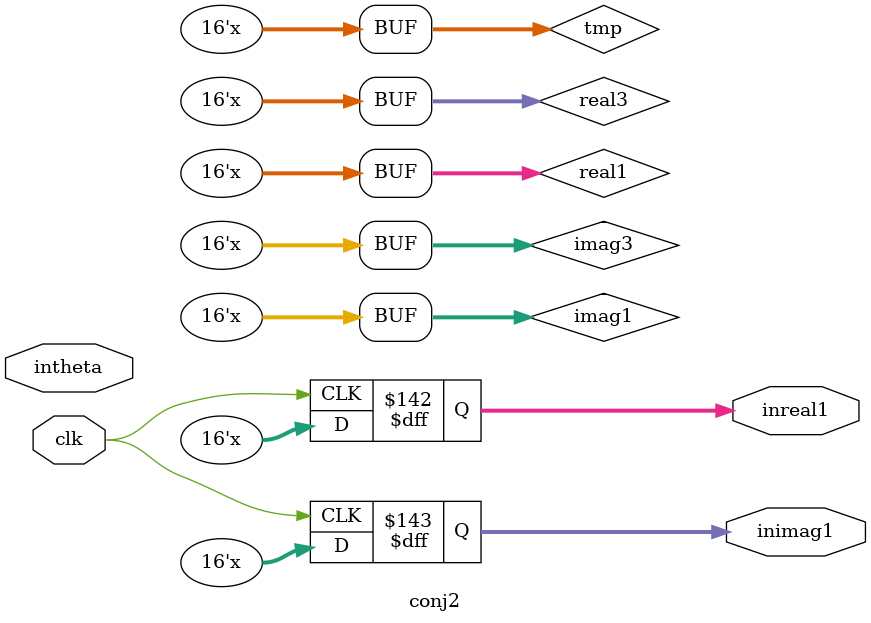
<source format=v>
module conj2(clk,intheta,inreal1,inimag1);
input [11:0]intheta;
input clk;
output [15:0]inreal1;
output [15:0]inimag1;


wire [11:0]intheta;
wire clk;
reg [15:0]inreal1;
reg [15:0]inimag1;

reg [11:0]theta;
reg [11:0]gentheta1;
reg [11:0]gentheta;
reg [15:0]real3;
reg [15:0]imag3;
reg [15:0]real2;
reg [15:0]imag2;
reg [15:0]real1;
reg [15:0]imag1;
reg [15:0]tmp;

always@(posedge clk)begin
theta<= #1 intheta;
inreal1<= #1 real3;
inimag1<= #1 imag3;
end

always @(*) begin
if (theta<=12'b010000000000)begin
    gentheta = theta;
    real3 =real1;
    imag3=imag1; end
else if (theta<=12'b100000000000 && theta>12'b010000000000)begin
    gentheta = 12'b100000000000-theta;
    real3 =~real1+1'b1;
    imag3=imag1; end
else if (theta<=12'b110000000000 && theta>12'b100000000000)begin
    gentheta = theta-12'b100000000000;
    real3 = ~real1+1'b1;
    imag3=~imag1+1'b1; end
else if (theta<=12'b111111111111 && theta>12'b110000000000)begin
    gentheta = 12'b111111111111-theta+1'b1;
    real3 = real1;
    imag3=~imag1+1'b1; end
end
always @(*)begin
if (gentheta>12'b001000000000)begin
    gentheta1=12'b010000000000-gentheta;
    tmp=imag1;    
    imag1=real1;    
    real1=tmp;
end
else if(gentheta<=12'b001000000000)begin
    gentheta1=gentheta;
end
end

always @(gentheta1) begin
  case (gentheta1)
    12'b000000000000: begin  real1=16'b0100000000000000; imag1=16'b0000000000000000;  end  // angle = 0.000000 pi
    12'b000000000001: begin  real1=16'b0100000000000000; imag1=16'b0000000000011001;  end  // angle = 0.000488 pi
    12'b000000000010: begin  real1=16'b0100000000000000; imag1=16'b0000000000110010;  end  // angle = 0.000977 pi
    12'b000000000011: begin  real1=16'b0100000000000000; imag1=16'b0000000001001011;  end  // angle = 0.001465 pi
    12'b000000000100: begin  real1=16'b0100000000000000; imag1=16'b0000000001100101;  end  // angle = 0.001953 pi
    12'b000000000101: begin  real1=16'b0100000000000000; imag1=16'b0000000001111110;  end  // angle = 0.002441 pi
    12'b000000000110: begin  real1=16'b0011111111111111; imag1=16'b0000000010010111;  end  // angle = 0.002930 pi
    12'b000000000111: begin  real1=16'b0011111111111111; imag1=16'b0000000010110000;  end  // angle = 0.003418 pi
    12'b000000001000: begin  real1=16'b0011111111111111; imag1=16'b0000000011001001;  end  // angle = 0.003906 pi
    12'b000000001001: begin  real1=16'b0011111111111110; imag1=16'b0000000011100010;  end  // angle = 0.004395 pi
    12'b000000001010: begin  real1=16'b0011111111111110; imag1=16'b0000000011111011;  end  // angle = 0.004883 pi
    12'b000000001011: begin  real1=16'b0011111111111110; imag1=16'b0000000100010100;  end  // angle = 0.005371 pi
    12'b000000001100: begin  real1=16'b0011111111111101; imag1=16'b0000000100101110;  end  // angle = 0.005859 pi
    12'b000000001101: begin  real1=16'b0011111111111101; imag1=16'b0000000101000111;  end  // angle = 0.006348 pi
    12'b000000001110: begin  real1=16'b0011111111111100; imag1=16'b0000000101100000;  end  // angle = 0.006836 pi
    12'b000000001111: begin  real1=16'b0011111111111100; imag1=16'b0000000101111001;  end  // angle = 0.007324 pi
    12'b000000010000: begin  real1=16'b0011111111111011; imag1=16'b0000000110010010;  end  // angle = 0.007812 pi
    12'b000000010001: begin  real1=16'b0011111111111010; imag1=16'b0000000110101011;  end  // angle = 0.008301 pi
    12'b000000010010: begin  real1=16'b0011111111111010; imag1=16'b0000000111000100;  end  // angle = 0.008789 pi
    12'b000000010011: begin  real1=16'b0011111111111001; imag1=16'b0000000111011101;  end  // angle = 0.009277 pi
    12'b000000010100: begin  real1=16'b0011111111111000; imag1=16'b0000000111110111;  end  // angle = 0.009766 pi
    12'b000000010101: begin  real1=16'b0011111111110111; imag1=16'b0000001000010000;  end  // angle = 0.010254 pi
    12'b000000010110: begin  real1=16'b0011111111110111; imag1=16'b0000001000101001;  end  // angle = 0.010742 pi
    12'b000000010111: begin  real1=16'b0011111111110110; imag1=16'b0000001001000010;  end  // angle = 0.011230 pi
    12'b000000011000: begin  real1=16'b0011111111110101; imag1=16'b0000001001011011;  end  // angle = 0.011719 pi
    12'b000000011001: begin  real1=16'b0011111111110100; imag1=16'b0000001001110100;  end  // angle = 0.012207 pi
    12'b000000011010: begin  real1=16'b0011111111110011; imag1=16'b0000001010001101;  end  // angle = 0.012695 pi
    12'b000000011011: begin  real1=16'b0011111111110010; imag1=16'b0000001010100110;  end  // angle = 0.013184 pi
    12'b000000011100: begin  real1=16'b0011111111110001; imag1=16'b0000001011000000;  end  // angle = 0.013672 pi
    12'b000000011101: begin  real1=16'b0011111111110000; imag1=16'b0000001011011001;  end  // angle = 0.014160 pi
    12'b000000011110: begin  real1=16'b0011111111101111; imag1=16'b0000001011110010;  end  // angle = 0.014648 pi
    12'b000000011111: begin  real1=16'b0011111111101101; imag1=16'b0000001100001011;  end  // angle = 0.015137 pi
    12'b000000100000: begin  real1=16'b0011111111101100; imag1=16'b0000001100100100;  end  // angle = 0.015625 pi
    12'b000000100001: begin  real1=16'b0011111111101011; imag1=16'b0000001100111101;  end  // angle = 0.016113 pi
    12'b000000100010: begin  real1=16'b0011111111101010; imag1=16'b0000001101010110;  end  // angle = 0.016602 pi
    12'b000000100011: begin  real1=16'b0011111111101000; imag1=16'b0000001101101111;  end  // angle = 0.017090 pi
    12'b000000100100: begin  real1=16'b0011111111100111; imag1=16'b0000001110001000;  end  // angle = 0.017578 pi
    12'b000000100101: begin  real1=16'b0011111111100110; imag1=16'b0000001110100001;  end  // angle = 0.018066 pi
    12'b000000100110: begin  real1=16'b0011111111100100; imag1=16'b0000001110111011;  end  // angle = 0.018555 pi
    12'b000000100111: begin  real1=16'b0011111111100011; imag1=16'b0000001111010100;  end  // angle = 0.019043 pi
    12'b000000101000: begin  real1=16'b0011111111100001; imag1=16'b0000001111101101;  end  // angle = 0.019531 pi
    12'b000000101001: begin  real1=16'b0011111111100000; imag1=16'b0000010000000110;  end  // angle = 0.020020 pi
    12'b000000101010: begin  real1=16'b0011111111011110; imag1=16'b0000010000011111;  end  // angle = 0.020508 pi
    12'b000000101011: begin  real1=16'b0011111111011100; imag1=16'b0000010000111000;  end  // angle = 0.020996 pi
    12'b000000101100: begin  real1=16'b0011111111011011; imag1=16'b0000010001010001;  end  // angle = 0.021484 pi
    12'b000000101101: begin  real1=16'b0011111111011001; imag1=16'b0000010001101010;  end  // angle = 0.021973 pi
    12'b000000101110: begin  real1=16'b0011111111010111; imag1=16'b0000010010000011;  end  // angle = 0.022461 pi
    12'b000000101111: begin  real1=16'b0011111111010101; imag1=16'b0000010010011100;  end  // angle = 0.022949 pi
    12'b000000110000: begin  real1=16'b0011111111010100; imag1=16'b0000010010110101;  end  // angle = 0.023438 pi
    12'b000000110001: begin  real1=16'b0011111111010010; imag1=16'b0000010011001110;  end  // angle = 0.023926 pi
    12'b000000110010: begin  real1=16'b0011111111010000; imag1=16'b0000010011100111;  end  // angle = 0.024414 pi
    12'b000000110011: begin  real1=16'b0011111111001110; imag1=16'b0000010100000000;  end  // angle = 0.024902 pi
    12'b000000110100: begin  real1=16'b0011111111001100; imag1=16'b0000010100011010;  end  // angle = 0.025391 pi
    12'b000000110101: begin  real1=16'b0011111111001010; imag1=16'b0000010100110011;  end  // angle = 0.025879 pi
    12'b000000110110: begin  real1=16'b0011111111001000; imag1=16'b0000010101001100;  end  // angle = 0.026367 pi
    12'b000000110111: begin  real1=16'b0011111111000110; imag1=16'b0000010101100101;  end  // angle = 0.026855 pi
    12'b000000111000: begin  real1=16'b0011111111000100; imag1=16'b0000010101111110;  end  // angle = 0.027344 pi
    12'b000000111001: begin  real1=16'b0011111111000001; imag1=16'b0000010110010111;  end  // angle = 0.027832 pi
    12'b000000111010: begin  real1=16'b0011111110111111; imag1=16'b0000010110110000;  end  // angle = 0.028320 pi
    12'b000000111011: begin  real1=16'b0011111110111101; imag1=16'b0000010111001001;  end  // angle = 0.028809 pi
    12'b000000111100: begin  real1=16'b0011111110111011; imag1=16'b0000010111100010;  end  // angle = 0.029297 pi
    12'b000000111101: begin  real1=16'b0011111110111000; imag1=16'b0000010111111011;  end  // angle = 0.029785 pi
    12'b000000111110: begin  real1=16'b0011111110110110; imag1=16'b0000011000010100;  end  // angle = 0.030273 pi
    12'b000000111111: begin  real1=16'b0011111110110100; imag1=16'b0000011000101101;  end  // angle = 0.030762 pi
    12'b000001000000: begin  real1=16'b0011111110110001; imag1=16'b0000011001000110;  end  // angle = 0.031250 pi
    12'b000001000001: begin  real1=16'b0011111110101111; imag1=16'b0000011001011111;  end  // angle = 0.031738 pi
    12'b000001000010: begin  real1=16'b0011111110101100; imag1=16'b0000011001111000;  end  // angle = 0.032227 pi
    12'b000001000011: begin  real1=16'b0011111110101010; imag1=16'b0000011010010001;  end  // angle = 0.032715 pi
    12'b000001000100: begin  real1=16'b0011111110100111; imag1=16'b0000011010101010;  end  // angle = 0.033203 pi
    12'b000001000101: begin  real1=16'b0011111110100100; imag1=16'b0000011011000011;  end  // angle = 0.033691 pi
    12'b000001000110: begin  real1=16'b0011111110100010; imag1=16'b0000011011011100;  end  // angle = 0.034180 pi
    12'b000001000111: begin  real1=16'b0011111110011111; imag1=16'b0000011011110101;  end  // angle = 0.034668 pi
    12'b000001001000: begin  real1=16'b0011111110011100; imag1=16'b0000011100001110;  end  // angle = 0.035156 pi
    12'b000001001001: begin  real1=16'b0011111110011001; imag1=16'b0000011100100111;  end  // angle = 0.035645 pi
    12'b000001001010: begin  real1=16'b0011111110010111; imag1=16'b0000011101000000;  end  // angle = 0.036133 pi
    12'b000001001011: begin  real1=16'b0011111110010100; imag1=16'b0000011101011001;  end  // angle = 0.036621 pi
    12'b000001001100: begin  real1=16'b0011111110010001; imag1=16'b0000011101110010;  end  // angle = 0.037109 pi
    12'b000001001101: begin  real1=16'b0011111110001110; imag1=16'b0000011110001011;  end  // angle = 0.037598 pi
    12'b000001001110: begin  real1=16'b0011111110001011; imag1=16'b0000011110100100;  end  // angle = 0.038086 pi
    12'b000001001111: begin  real1=16'b0011111110001000; imag1=16'b0000011110111101;  end  // angle = 0.038574 pi
    12'b000001010000: begin  real1=16'b0011111110000101; imag1=16'b0000011111010110;  end  // angle = 0.039062 pi
    12'b000001010001: begin  real1=16'b0011111110000010; imag1=16'b0000011111101111;  end  // angle = 0.039551 pi
    12'b000001010010: begin  real1=16'b0011111101111111; imag1=16'b0000100000000111;  end  // angle = 0.040039 pi
    12'b000001010011: begin  real1=16'b0011111101111011; imag1=16'b0000100000100000;  end  // angle = 0.040527 pi
    12'b000001010100: begin  real1=16'b0011111101111000; imag1=16'b0000100000111001;  end  // angle = 0.041016 pi
    12'b000001010101: begin  real1=16'b0011111101110101; imag1=16'b0000100001010010;  end  // angle = 0.041504 pi
    12'b000001010110: begin  real1=16'b0011111101110010; imag1=16'b0000100001101011;  end  // angle = 0.041992 pi
    12'b000001010111: begin  real1=16'b0011111101101110; imag1=16'b0000100010000100;  end  // angle = 0.042480 pi
    12'b000001011000: begin  real1=16'b0011111101101011; imag1=16'b0000100010011101;  end  // angle = 0.042969 pi
    12'b000001011001: begin  real1=16'b0011111101101000; imag1=16'b0000100010110110;  end  // angle = 0.043457 pi
    12'b000001011010: begin  real1=16'b0011111101100100; imag1=16'b0000100011001111;  end  // angle = 0.043945 pi
    12'b000001011011: begin  real1=16'b0011111101100001; imag1=16'b0000100011101000;  end  // angle = 0.044434 pi
    12'b000001011100: begin  real1=16'b0011111101011101; imag1=16'b0000100100000001;  end  // angle = 0.044922 pi
    12'b000001011101: begin  real1=16'b0011111101011010; imag1=16'b0000100100011001;  end  // angle = 0.045410 pi
    12'b000001011110: begin  real1=16'b0011111101010110; imag1=16'b0000100100110010;  end  // angle = 0.045898 pi
    12'b000001011111: begin  real1=16'b0011111101010010; imag1=16'b0000100101001011;  end  // angle = 0.046387 pi
    12'b000001100000: begin  real1=16'b0011111101001111; imag1=16'b0000100101100100;  end  // angle = 0.046875 pi
    12'b000001100001: begin  real1=16'b0011111101001011; imag1=16'b0000100101111101;  end  // angle = 0.047363 pi
    12'b000001100010: begin  real1=16'b0011111101000111; imag1=16'b0000100110010110;  end  // angle = 0.047852 pi
    12'b000001100011: begin  real1=16'b0011111101000011; imag1=16'b0000100110101111;  end  // angle = 0.048340 pi
    12'b000001100100: begin  real1=16'b0011111101000000; imag1=16'b0000100111000111;  end  // angle = 0.048828 pi
    12'b000001100101: begin  real1=16'b0011111100111100; imag1=16'b0000100111100000;  end  // angle = 0.049316 pi
    12'b000001100110: begin  real1=16'b0011111100111000; imag1=16'b0000100111111001;  end  // angle = 0.049805 pi
    12'b000001100111: begin  real1=16'b0011111100110100; imag1=16'b0000101000010010;  end  // angle = 0.050293 pi
    12'b000001101000: begin  real1=16'b0011111100110000; imag1=16'b0000101000101011;  end  // angle = 0.050781 pi
    12'b000001101001: begin  real1=16'b0011111100101100; imag1=16'b0000101001000100;  end  // angle = 0.051270 pi
    12'b000001101010: begin  real1=16'b0011111100101000; imag1=16'b0000101001011100;  end  // angle = 0.051758 pi
    12'b000001101011: begin  real1=16'b0011111100100100; imag1=16'b0000101001110101;  end  // angle = 0.052246 pi
    12'b000001101100: begin  real1=16'b0011111100100000; imag1=16'b0000101010001110;  end  // angle = 0.052734 pi
    12'b000001101101: begin  real1=16'b0011111100011100; imag1=16'b0000101010100111;  end  // angle = 0.053223 pi
    12'b000001101110: begin  real1=16'b0011111100010111; imag1=16'b0000101011000000;  end  // angle = 0.053711 pi
    12'b000001101111: begin  real1=16'b0011111100010011; imag1=16'b0000101011011000;  end  // angle = 0.054199 pi
    12'b000001110000: begin  real1=16'b0011111100001111; imag1=16'b0000101011110001;  end  // angle = 0.054688 pi
    12'b000001110001: begin  real1=16'b0011111100001010; imag1=16'b0000101100001010;  end  // angle = 0.055176 pi
    12'b000001110010: begin  real1=16'b0011111100000110; imag1=16'b0000101100100011;  end  // angle = 0.055664 pi
    12'b000001110011: begin  real1=16'b0011111100000010; imag1=16'b0000101100111011;  end  // angle = 0.056152 pi
    12'b000001110100: begin  real1=16'b0011111011111101; imag1=16'b0000101101010100;  end  // angle = 0.056641 pi
    12'b000001110101: begin  real1=16'b0011111011111001; imag1=16'b0000101101101101;  end  // angle = 0.057129 pi
    12'b000001110110: begin  real1=16'b0011111011110100; imag1=16'b0000101110000101;  end  // angle = 0.057617 pi
    12'b000001110111: begin  real1=16'b0011111011110000; imag1=16'b0000101110011110;  end  // angle = 0.058105 pi
    12'b000001111000: begin  real1=16'b0011111011101011; imag1=16'b0000101110110111;  end  // angle = 0.058594 pi
    12'b000001111001: begin  real1=16'b0011111011100111; imag1=16'b0000101111010000;  end  // angle = 0.059082 pi
    12'b000001111010: begin  real1=16'b0011111011100010; imag1=16'b0000101111101000;  end  // angle = 0.059570 pi
    12'b000001111011: begin  real1=16'b0011111011011101; imag1=16'b0000110000000001;  end  // angle = 0.060059 pi
    12'b000001111100: begin  real1=16'b0011111011011000; imag1=16'b0000110000011010;  end  // angle = 0.060547 pi
    12'b000001111101: begin  real1=16'b0011111011010100; imag1=16'b0000110000110010;  end  // angle = 0.061035 pi
    12'b000001111110: begin  real1=16'b0011111011001111; imag1=16'b0000110001001011;  end  // angle = 0.061523 pi
    12'b000001111111: begin  real1=16'b0011111011001010; imag1=16'b0000110001100100;  end  // angle = 0.062012 pi
    12'b000010000000: begin  real1=16'b0011111011000101; imag1=16'b0000110001111100;  end  // angle = 0.062500 pi
    12'b000010000001: begin  real1=16'b0011111011000000; imag1=16'b0000110010010101;  end  // angle = 0.062988 pi
    12'b000010000010: begin  real1=16'b0011111010111011; imag1=16'b0000110010101110;  end  // angle = 0.063477 pi
    12'b000010000011: begin  real1=16'b0011111010110110; imag1=16'b0000110011000110;  end  // angle = 0.063965 pi
    12'b000010000100: begin  real1=16'b0011111010110001; imag1=16'b0000110011011111;  end  // angle = 0.064453 pi
    12'b000010000101: begin  real1=16'b0011111010101100; imag1=16'b0000110011111000;  end  // angle = 0.064941 pi
    12'b000010000110: begin  real1=16'b0011111010100111; imag1=16'b0000110100010000;  end  // angle = 0.065430 pi
    12'b000010000111: begin  real1=16'b0011111010100010; imag1=16'b0000110100101001;  end  // angle = 0.065918 pi
    12'b000010001000: begin  real1=16'b0011111010011101; imag1=16'b0000110101000001;  end  // angle = 0.066406 pi
    12'b000010001001: begin  real1=16'b0011111010011000; imag1=16'b0000110101011010;  end  // angle = 0.066895 pi
    12'b000010001010: begin  real1=16'b0011111010010010; imag1=16'b0000110101110010;  end  // angle = 0.067383 pi
    12'b000010001011: begin  real1=16'b0011111010001101; imag1=16'b0000110110001011;  end  // angle = 0.067871 pi
    12'b000010001100: begin  real1=16'b0011111010001000; imag1=16'b0000110110100100;  end  // angle = 0.068359 pi
    12'b000010001101: begin  real1=16'b0011111010000010; imag1=16'b0000110110111100;  end  // angle = 0.068848 pi
    12'b000010001110: begin  real1=16'b0011111001111101; imag1=16'b0000110111010101;  end  // angle = 0.069336 pi
    12'b000010001111: begin  real1=16'b0011111001110111; imag1=16'b0000110111101101;  end  // angle = 0.069824 pi
    12'b000010010000: begin  real1=16'b0011111001110010; imag1=16'b0000111000000110;  end  // angle = 0.070312 pi
    12'b000010010001: begin  real1=16'b0011111001101100; imag1=16'b0000111000011110;  end  // angle = 0.070801 pi
    12'b000010010010: begin  real1=16'b0011111001100111; imag1=16'b0000111000110111;  end  // angle = 0.071289 pi
    12'b000010010011: begin  real1=16'b0011111001100001; imag1=16'b0000111001001111;  end  // angle = 0.071777 pi
    12'b000010010100: begin  real1=16'b0011111001011100; imag1=16'b0000111001101000;  end  // angle = 0.072266 pi
    12'b000010010101: begin  real1=16'b0011111001010110; imag1=16'b0000111010000000;  end  // angle = 0.072754 pi
    12'b000010010110: begin  real1=16'b0011111001010000; imag1=16'b0000111010011001;  end  // angle = 0.073242 pi
    12'b000010010111: begin  real1=16'b0011111001001010; imag1=16'b0000111010110001;  end  // angle = 0.073730 pi
    12'b000010011000: begin  real1=16'b0011111001000101; imag1=16'b0000111011001010;  end  // angle = 0.074219 pi
    12'b000010011001: begin  real1=16'b0011111000111111; imag1=16'b0000111011100010;  end  // angle = 0.074707 pi
    12'b000010011010: begin  real1=16'b0011111000111001; imag1=16'b0000111011111011;  end  // angle = 0.075195 pi
    12'b000010011011: begin  real1=16'b0011111000110011; imag1=16'b0000111100010011;  end  // angle = 0.075684 pi
    12'b000010011100: begin  real1=16'b0011111000101101; imag1=16'b0000111100101011;  end  // angle = 0.076172 pi
    12'b000010011101: begin  real1=16'b0011111000100111; imag1=16'b0000111101000100;  end  // angle = 0.076660 pi
    12'b000010011110: begin  real1=16'b0011111000100001; imag1=16'b0000111101011100;  end  // angle = 0.077148 pi
    12'b000010011111: begin  real1=16'b0011111000011011; imag1=16'b0000111101110101;  end  // angle = 0.077637 pi
    12'b000010100000: begin  real1=16'b0011111000010101; imag1=16'b0000111110001101;  end  // angle = 0.078125 pi
    12'b000010100001: begin  real1=16'b0011111000001111; imag1=16'b0000111110100101;  end  // angle = 0.078613 pi
    12'b000010100010: begin  real1=16'b0011111000001001; imag1=16'b0000111110111110;  end  // angle = 0.079102 pi
    12'b000010100011: begin  real1=16'b0011111000000011; imag1=16'b0000111111010110;  end  // angle = 0.079590 pi
    12'b000010100100: begin  real1=16'b0011110111111100; imag1=16'b0000111111101110;  end  // angle = 0.080078 pi
    12'b000010100101: begin  real1=16'b0011110111110110; imag1=16'b0001000000000111;  end  // angle = 0.080566 pi
    12'b000010100110: begin  real1=16'b0011110111110000; imag1=16'b0001000000011111;  end  // angle = 0.081055 pi
    12'b000010100111: begin  real1=16'b0011110111101001; imag1=16'b0001000000110111;  end  // angle = 0.081543 pi
    12'b000010101000: begin  real1=16'b0011110111100011; imag1=16'b0001000001010000;  end  // angle = 0.082031 pi
    12'b000010101001: begin  real1=16'b0011110111011101; imag1=16'b0001000001101000;  end  // angle = 0.082520 pi
    12'b000010101010: begin  real1=16'b0011110111010110; imag1=16'b0001000010000000;  end  // angle = 0.083008 pi
    12'b000010101011: begin  real1=16'b0011110111010000; imag1=16'b0001000010011001;  end  // angle = 0.083496 pi
    12'b000010101100: begin  real1=16'b0011110111001001; imag1=16'b0001000010110001;  end  // angle = 0.083984 pi
    12'b000010101101: begin  real1=16'b0011110111000010; imag1=16'b0001000011001001;  end  // angle = 0.084473 pi
    12'b000010101110: begin  real1=16'b0011110110111100; imag1=16'b0001000011100001;  end  // angle = 0.084961 pi
    12'b000010101111: begin  real1=16'b0011110110110101; imag1=16'b0001000011111010;  end  // angle = 0.085449 pi
    12'b000010110000: begin  real1=16'b0011110110101111; imag1=16'b0001000100010010;  end  // angle = 0.085937 pi
    12'b000010110001: begin  real1=16'b0011110110101000; imag1=16'b0001000100101010;  end  // angle = 0.086426 pi
    12'b000010110010: begin  real1=16'b0011110110100001; imag1=16'b0001000101000010;  end  // angle = 0.086914 pi
    12'b000010110011: begin  real1=16'b0011110110011010; imag1=16'b0001000101011010;  end  // angle = 0.087402 pi
    12'b000010110100: begin  real1=16'b0011110110010011; imag1=16'b0001000101110011;  end  // angle = 0.087891 pi
    12'b000010110101: begin  real1=16'b0011110110001101; imag1=16'b0001000110001011;  end  // angle = 0.088379 pi
    12'b000010110110: begin  real1=16'b0011110110000110; imag1=16'b0001000110100011;  end  // angle = 0.088867 pi
    12'b000010110111: begin  real1=16'b0011110101111111; imag1=16'b0001000110111011;  end  // angle = 0.089355 pi
    12'b000010111000: begin  real1=16'b0011110101111000; imag1=16'b0001000111010011;  end  // angle = 0.089844 pi
    12'b000010111001: begin  real1=16'b0011110101110001; imag1=16'b0001000111101011;  end  // angle = 0.090332 pi
    12'b000010111010: begin  real1=16'b0011110101101010; imag1=16'b0001001000000100;  end  // angle = 0.090820 pi
    12'b000010111011: begin  real1=16'b0011110101100011; imag1=16'b0001001000011100;  end  // angle = 0.091309 pi
    12'b000010111100: begin  real1=16'b0011110101011011; imag1=16'b0001001000110100;  end  // angle = 0.091797 pi
    12'b000010111101: begin  real1=16'b0011110101010100; imag1=16'b0001001001001100;  end  // angle = 0.092285 pi
    12'b000010111110: begin  real1=16'b0011110101001101; imag1=16'b0001001001100100;  end  // angle = 0.092773 pi
    12'b000010111111: begin  real1=16'b0011110101000110; imag1=16'b0001001001111100;  end  // angle = 0.093262 pi
    12'b000011000000: begin  real1=16'b0011110100111111; imag1=16'b0001001010010100;  end  // angle = 0.093750 pi
    12'b000011000001: begin  real1=16'b0011110100110111; imag1=16'b0001001010101100;  end  // angle = 0.094238 pi
    12'b000011000010: begin  real1=16'b0011110100110000; imag1=16'b0001001011000100;  end  // angle = 0.094727 pi
    12'b000011000011: begin  real1=16'b0011110100101000; imag1=16'b0001001011011100;  end  // angle = 0.095215 pi
    12'b000011000100: begin  real1=16'b0011110100100001; imag1=16'b0001001011110100;  end  // angle = 0.095703 pi
    12'b000011000101: begin  real1=16'b0011110100011010; imag1=16'b0001001100001100;  end  // angle = 0.096191 pi
    12'b000011000110: begin  real1=16'b0011110100010010; imag1=16'b0001001100100100;  end  // angle = 0.096680 pi
    12'b000011000111: begin  real1=16'b0011110100001011; imag1=16'b0001001100111100;  end  // angle = 0.097168 pi
    12'b000011001000: begin  real1=16'b0011110100000011; imag1=16'b0001001101010100;  end  // angle = 0.097656 pi
    12'b000011001001: begin  real1=16'b0011110011111011; imag1=16'b0001001101101100;  end  // angle = 0.098145 pi
    12'b000011001010: begin  real1=16'b0011110011110100; imag1=16'b0001001110000100;  end  // angle = 0.098633 pi
    12'b000011001011: begin  real1=16'b0011110011101100; imag1=16'b0001001110011100;  end  // angle = 0.099121 pi
    12'b000011001100: begin  real1=16'b0011110011100100; imag1=16'b0001001110110100;  end  // angle = 0.099609 pi
    12'b000011001101: begin  real1=16'b0011110011011101; imag1=16'b0001001111001100;  end  // angle = 0.100098 pi
    12'b000011001110: begin  real1=16'b0011110011010101; imag1=16'b0001001111100100;  end  // angle = 0.100586 pi
    12'b000011001111: begin  real1=16'b0011110011001101; imag1=16'b0001001111111011;  end  // angle = 0.101074 pi
    12'b000011010000: begin  real1=16'b0011110011000101; imag1=16'b0001010000010011;  end  // angle = 0.101563 pi
    12'b000011010001: begin  real1=16'b0011110010111101; imag1=16'b0001010000101011;  end  // angle = 0.102051 pi
    12'b000011010010: begin  real1=16'b0011110010110101; imag1=16'b0001010001000011;  end  // angle = 0.102539 pi
    12'b000011010011: begin  real1=16'b0011110010101101; imag1=16'b0001010001011011;  end  // angle = 0.103027 pi
    12'b000011010100: begin  real1=16'b0011110010100101; imag1=16'b0001010001110011;  end  // angle = 0.103516 pi
    12'b000011010101: begin  real1=16'b0011110010011101; imag1=16'b0001010010001011;  end  // angle = 0.104004 pi
    12'b000011010110: begin  real1=16'b0011110010010101; imag1=16'b0001010010100010;  end  // angle = 0.104492 pi
    12'b000011010111: begin  real1=16'b0011110010001101; imag1=16'b0001010010111010;  end  // angle = 0.104980 pi
    12'b000011011000: begin  real1=16'b0011110010000101; imag1=16'b0001010011010010;  end  // angle = 0.105469 pi
    12'b000011011001: begin  real1=16'b0011110001111101; imag1=16'b0001010011101010;  end  // angle = 0.105957 pi
    12'b000011011010: begin  real1=16'b0011110001110100; imag1=16'b0001010100000001;  end  // angle = 0.106445 pi
    12'b000011011011: begin  real1=16'b0011110001101100; imag1=16'b0001010100011001;  end  // angle = 0.106934 pi
    12'b000011011100: begin  real1=16'b0011110001100100; imag1=16'b0001010100110001;  end  // angle = 0.107422 pi
    12'b000011011101: begin  real1=16'b0011110001011011; imag1=16'b0001010101001001;  end  // angle = 0.107910 pi
    12'b000011011110: begin  real1=16'b0011110001010011; imag1=16'b0001010101100000;  end  // angle = 0.108398 pi
    12'b000011011111: begin  real1=16'b0011110001001011; imag1=16'b0001010101111000;  end  // angle = 0.108887 pi
    12'b000011100000: begin  real1=16'b0011110001000010; imag1=16'b0001010110010000;  end  // angle = 0.109375 pi
    12'b000011100001: begin  real1=16'b0011110000111010; imag1=16'b0001010110100111;  end  // angle = 0.109863 pi
    12'b000011100010: begin  real1=16'b0011110000110001; imag1=16'b0001010110111111;  end  // angle = 0.110352 pi
    12'b000011100011: begin  real1=16'b0011110000101001; imag1=16'b0001010111010111;  end  // angle = 0.110840 pi
    12'b000011100100: begin  real1=16'b0011110000100000; imag1=16'b0001010111101110;  end  // angle = 0.111328 pi
    12'b000011100101: begin  real1=16'b0011110000010111; imag1=16'b0001011000000110;  end  // angle = 0.111816 pi
    12'b000011100110: begin  real1=16'b0011110000001111; imag1=16'b0001011000011101;  end  // angle = 0.112305 pi
    12'b000011100111: begin  real1=16'b0011110000000110; imag1=16'b0001011000110101;  end  // angle = 0.112793 pi
    12'b000011101000: begin  real1=16'b0011101111111101; imag1=16'b0001011001001100;  end  // angle = 0.113281 pi
    12'b000011101001: begin  real1=16'b0011101111110101; imag1=16'b0001011001100100;  end  // angle = 0.113770 pi
    12'b000011101010: begin  real1=16'b0011101111101100; imag1=16'b0001011001111100;  end  // angle = 0.114258 pi
    12'b000011101011: begin  real1=16'b0011101111100011; imag1=16'b0001011010010011;  end  // angle = 0.114746 pi
    12'b000011101100: begin  real1=16'b0011101111011010; imag1=16'b0001011010101011;  end  // angle = 0.115234 pi
    12'b000011101101: begin  real1=16'b0011101111010001; imag1=16'b0001011011000010;  end  // angle = 0.115723 pi
    12'b000011101110: begin  real1=16'b0011101111001000; imag1=16'b0001011011011010;  end  // angle = 0.116211 pi
    12'b000011101111: begin  real1=16'b0011101110111111; imag1=16'b0001011011110001;  end  // angle = 0.116699 pi
    12'b000011110000: begin  real1=16'b0011101110110110; imag1=16'b0001011100001001;  end  // angle = 0.117187 pi
    12'b000011110001: begin  real1=16'b0011101110101101; imag1=16'b0001011100100000;  end  // angle = 0.117676 pi
    12'b000011110010: begin  real1=16'b0011101110100100; imag1=16'b0001011100110111;  end  // angle = 0.118164 pi
    12'b000011110011: begin  real1=16'b0011101110011011; imag1=16'b0001011101001111;  end  // angle = 0.118652 pi
    12'b000011110100: begin  real1=16'b0011101110010010; imag1=16'b0001011101100110;  end  // angle = 0.119141 pi
    12'b000011110101: begin  real1=16'b0011101110001000; imag1=16'b0001011101111110;  end  // angle = 0.119629 pi
    12'b000011110110: begin  real1=16'b0011101101111111; imag1=16'b0001011110010101;  end  // angle = 0.120117 pi
    12'b000011110111: begin  real1=16'b0011101101110110; imag1=16'b0001011110101100;  end  // angle = 0.120605 pi
    12'b000011111000: begin  real1=16'b0011101101101101; imag1=16'b0001011111000100;  end  // angle = 0.121094 pi
    12'b000011111001: begin  real1=16'b0011101101100011; imag1=16'b0001011111011011;  end  // angle = 0.121582 pi
    12'b000011111010: begin  real1=16'b0011101101011010; imag1=16'b0001011111110010;  end  // angle = 0.122070 pi
    12'b000011111011: begin  real1=16'b0011101101010000; imag1=16'b0001100000001010;  end  // angle = 0.122559 pi
    12'b000011111100: begin  real1=16'b0011101101000111; imag1=16'b0001100000100001;  end  // angle = 0.123047 pi
    12'b000011111101: begin  real1=16'b0011101100111110; imag1=16'b0001100000111000;  end  // angle = 0.123535 pi
    12'b000011111110: begin  real1=16'b0011101100110100; imag1=16'b0001100001001111;  end  // angle = 0.124023 pi
    12'b000011111111: begin  real1=16'b0011101100101010; imag1=16'b0001100001100111;  end  // angle = 0.124512 pi
    12'b000100000000: begin  real1=16'b0011101100100001; imag1=16'b0001100001111110;  end  // angle = 0.125000 pi
    12'b000100000001: begin  real1=16'b0011101100010111; imag1=16'b0001100010010101;  end  // angle = 0.125488 pi
    12'b000100000010: begin  real1=16'b0011101100001110; imag1=16'b0001100010101100;  end  // angle = 0.125977 pi
    12'b000100000011: begin  real1=16'b0011101100000100; imag1=16'b0001100011000011;  end  // angle = 0.126465 pi
    12'b000100000100: begin  real1=16'b0011101011111010; imag1=16'b0001100011011011;  end  // angle = 0.126953 pi
    12'b000100000101: begin  real1=16'b0011101011110000; imag1=16'b0001100011110010;  end  // angle = 0.127441 pi
    12'b000100000110: begin  real1=16'b0011101011100110; imag1=16'b0001100100001001;  end  // angle = 0.127930 pi
    12'b000100000111: begin  real1=16'b0011101011011101; imag1=16'b0001100100100000;  end  // angle = 0.128418 pi
    12'b000100001000: begin  real1=16'b0011101011010011; imag1=16'b0001100100110111;  end  // angle = 0.128906 pi
    12'b000100001001: begin  real1=16'b0011101011001001; imag1=16'b0001100101001110;  end  // angle = 0.129395 pi
    12'b000100001010: begin  real1=16'b0011101010111111; imag1=16'b0001100101100101;  end  // angle = 0.129883 pi
    12'b000100001011: begin  real1=16'b0011101010110101; imag1=16'b0001100101111100;  end  // angle = 0.130371 pi
    12'b000100001100: begin  real1=16'b0011101010101011; imag1=16'b0001100110010011;  end  // angle = 0.130859 pi
    12'b000100001101: begin  real1=16'b0011101010100001; imag1=16'b0001100110101010;  end  // angle = 0.131348 pi
    12'b000100001110: begin  real1=16'b0011101010010111; imag1=16'b0001100111000001;  end  // angle = 0.131836 pi
    12'b000100001111: begin  real1=16'b0011101010001101; imag1=16'b0001100111011000;  end  // angle = 0.132324 pi
    12'b000100010000: begin  real1=16'b0011101010000010; imag1=16'b0001100111101111;  end  // angle = 0.132812 pi
    12'b000100010001: begin  real1=16'b0011101001111000; imag1=16'b0001101000000110;  end  // angle = 0.133301 pi
    12'b000100010010: begin  real1=16'b0011101001101110; imag1=16'b0001101000011101;  end  // angle = 0.133789 pi
    12'b000100010011: begin  real1=16'b0011101001100100; imag1=16'b0001101000110100;  end  // angle = 0.134277 pi
    12'b000100010100: begin  real1=16'b0011101001011001; imag1=16'b0001101001001011;  end  // angle = 0.134766 pi
    12'b000100010101: begin  real1=16'b0011101001001111; imag1=16'b0001101001100010;  end  // angle = 0.135254 pi
    12'b000100010110: begin  real1=16'b0011101001000101; imag1=16'b0001101001111001;  end  // angle = 0.135742 pi
    12'b000100010111: begin  real1=16'b0011101000111010; imag1=16'b0001101010010000;  end  // angle = 0.136230 pi
    12'b000100011000: begin  real1=16'b0011101000110000; imag1=16'b0001101010100111;  end  // angle = 0.136719 pi
    12'b000100011001: begin  real1=16'b0011101000100101; imag1=16'b0001101010111110;  end  // angle = 0.137207 pi
    12'b000100011010: begin  real1=16'b0011101000011011; imag1=16'b0001101011010100;  end  // angle = 0.137695 pi
    12'b000100011011: begin  real1=16'b0011101000010000; imag1=16'b0001101011101011;  end  // angle = 0.138184 pi
    12'b000100011100: begin  real1=16'b0011101000000110; imag1=16'b0001101100000010;  end  // angle = 0.138672 pi
    12'b000100011101: begin  real1=16'b0011100111111011; imag1=16'b0001101100011001;  end  // angle = 0.139160 pi
    12'b000100011110: begin  real1=16'b0011100111110000; imag1=16'b0001101100110000;  end  // angle = 0.139648 pi
    12'b000100011111: begin  real1=16'b0011100111100110; imag1=16'b0001101101000110;  end  // angle = 0.140137 pi
    12'b000100100000: begin  real1=16'b0011100111011011; imag1=16'b0001101101011101;  end  // angle = 0.140625 pi
    12'b000100100001: begin  real1=16'b0011100111010000; imag1=16'b0001101101110100;  end  // angle = 0.141113 pi
    12'b000100100010: begin  real1=16'b0011100111000101; imag1=16'b0001101110001010;  end  // angle = 0.141602 pi
    12'b000100100011: begin  real1=16'b0011100110111011; imag1=16'b0001101110100001;  end  // angle = 0.142090 pi
    12'b000100100100: begin  real1=16'b0011100110110000; imag1=16'b0001101110111000;  end  // angle = 0.142578 pi
    12'b000100100101: begin  real1=16'b0011100110100101; imag1=16'b0001101111001110;  end  // angle = 0.143066 pi
    12'b000100100110: begin  real1=16'b0011100110011010; imag1=16'b0001101111100101;  end  // angle = 0.143555 pi
    12'b000100100111: begin  real1=16'b0011100110001111; imag1=16'b0001101111111100;  end  // angle = 0.144043 pi
    12'b000100101000: begin  real1=16'b0011100110000100; imag1=16'b0001110000010010;  end  // angle = 0.144531 pi
    12'b000100101001: begin  real1=16'b0011100101111001; imag1=16'b0001110000101001;  end  // angle = 0.145020 pi
    12'b000100101010: begin  real1=16'b0011100101101110; imag1=16'b0001110000111111;  end  // angle = 0.145508 pi
    12'b000100101011: begin  real1=16'b0011100101100011; imag1=16'b0001110001010110;  end  // angle = 0.145996 pi
    12'b000100101100: begin  real1=16'b0011100101011000; imag1=16'b0001110001101100;  end  // angle = 0.146484 pi
    12'b000100101101: begin  real1=16'b0011100101001100; imag1=16'b0001110010000011;  end  // angle = 0.146973 pi
    12'b000100101110: begin  real1=16'b0011100101000001; imag1=16'b0001110010011001;  end  // angle = 0.147461 pi
    12'b000100101111: begin  real1=16'b0011100100110110; imag1=16'b0001110010110000;  end  // angle = 0.147949 pi
    12'b000100110000: begin  real1=16'b0011100100101011; imag1=16'b0001110011000110;  end  // angle = 0.148438 pi
    12'b000100110001: begin  real1=16'b0011100100011111; imag1=16'b0001110011011101;  end  // angle = 0.148926 pi
    12'b000100110010: begin  real1=16'b0011100100010100; imag1=16'b0001110011110011;  end  // angle = 0.149414 pi
    12'b000100110011: begin  real1=16'b0011100100001001; imag1=16'b0001110100001010;  end  // angle = 0.149902 pi
    12'b000100110100: begin  real1=16'b0011100011111101; imag1=16'b0001110100100000;  end  // angle = 0.150391 pi
    12'b000100110101: begin  real1=16'b0011100011110010; imag1=16'b0001110100110110;  end  // angle = 0.150879 pi
    12'b000100110110: begin  real1=16'b0011100011100110; imag1=16'b0001110101001101;  end  // angle = 0.151367 pi
    12'b000100110111: begin  real1=16'b0011100011011011; imag1=16'b0001110101100011;  end  // angle = 0.151855 pi
    12'b000100111000: begin  real1=16'b0011100011001111; imag1=16'b0001110101111001;  end  // angle = 0.152344 pi
    12'b000100111001: begin  real1=16'b0011100011000011; imag1=16'b0001110110010000;  end  // angle = 0.152832 pi
    12'b000100111010: begin  real1=16'b0011100010111000; imag1=16'b0001110110100110;  end  // angle = 0.153320 pi
    12'b000100111011: begin  real1=16'b0011100010101100; imag1=16'b0001110110111100;  end  // angle = 0.153809 pi
    12'b000100111100: begin  real1=16'b0011100010100001; imag1=16'b0001110111010011;  end  // angle = 0.154297 pi
    12'b000100111101: begin  real1=16'b0011100010010101; imag1=16'b0001110111101001;  end  // angle = 0.154785 pi
    12'b000100111110: begin  real1=16'b0011100010001001; imag1=16'b0001110111111111;  end  // angle = 0.155273 pi
    12'b000100111111: begin  real1=16'b0011100001111101; imag1=16'b0001111000010101;  end  // angle = 0.155762 pi
    12'b000101000000: begin  real1=16'b0011100001110001; imag1=16'b0001111000101011;  end  // angle = 0.156250 pi
    12'b000101000001: begin  real1=16'b0011100001100110; imag1=16'b0001111001000010;  end  // angle = 0.156738 pi
    12'b000101000010: begin  real1=16'b0011100001011010; imag1=16'b0001111001011000;  end  // angle = 0.157227 pi
    12'b000101000011: begin  real1=16'b0011100001001110; imag1=16'b0001111001101110;  end  // angle = 0.157715 pi
    12'b000101000100: begin  real1=16'b0011100001000010; imag1=16'b0001111010000100;  end  // angle = 0.158203 pi
    12'b000101000101: begin  real1=16'b0011100000110110; imag1=16'b0001111010011010;  end  // angle = 0.158691 pi
    12'b000101000110: begin  real1=16'b0011100000101010; imag1=16'b0001111010110000;  end  // angle = 0.159180 pi
    12'b000101000111: begin  real1=16'b0011100000011110; imag1=16'b0001111011000110;  end  // angle = 0.159668 pi
    12'b000101001000: begin  real1=16'b0011100000010010; imag1=16'b0001111011011100;  end  // angle = 0.160156 pi
    12'b000101001001: begin  real1=16'b0011100000000101; imag1=16'b0001111011110010;  end  // angle = 0.160645 pi
    12'b000101001010: begin  real1=16'b0011011111111001; imag1=16'b0001111100001000;  end  // angle = 0.161133 pi
    12'b000101001011: begin  real1=16'b0011011111101101; imag1=16'b0001111100011110;  end  // angle = 0.161621 pi
    12'b000101001100: begin  real1=16'b0011011111100001; imag1=16'b0001111100110100;  end  // angle = 0.162109 pi
    12'b000101001101: begin  real1=16'b0011011111010101; imag1=16'b0001111101001010;  end  // angle = 0.162598 pi
    12'b000101001110: begin  real1=16'b0011011111001000; imag1=16'b0001111101100000;  end  // angle = 0.163086 pi
    12'b000101001111: begin  real1=16'b0011011110111100; imag1=16'b0001111101110110;  end  // angle = 0.163574 pi
    12'b000101010000: begin  real1=16'b0011011110110000; imag1=16'b0001111110001100;  end  // angle = 0.164062 pi
    12'b000101010001: begin  real1=16'b0011011110100011; imag1=16'b0001111110100010;  end  // angle = 0.164551 pi
    12'b000101010010: begin  real1=16'b0011011110010111; imag1=16'b0001111110110111;  end  // angle = 0.165039 pi
    12'b000101010011: begin  real1=16'b0011011110001010; imag1=16'b0001111111001101;  end  // angle = 0.165527 pi
    12'b000101010100: begin  real1=16'b0011011101111110; imag1=16'b0001111111100011;  end  // angle = 0.166016 pi
    12'b000101010101: begin  real1=16'b0011011101110001; imag1=16'b0001111111111001;  end  // angle = 0.166504 pi
    12'b000101010110: begin  real1=16'b0011011101100101; imag1=16'b0010000000001111;  end  // angle = 0.166992 pi
    12'b000101010111: begin  real1=16'b0011011101011000; imag1=16'b0010000000100100;  end  // angle = 0.167480 pi
    12'b000101011000: begin  real1=16'b0011011101001011; imag1=16'b0010000000111010;  end  // angle = 0.167969 pi
    12'b000101011001: begin  real1=16'b0011011100111111; imag1=16'b0010000001010000;  end  // angle = 0.168457 pi
    12'b000101011010: begin  real1=16'b0011011100110010; imag1=16'b0010000001100101;  end  // angle = 0.168945 pi
    12'b000101011011: begin  real1=16'b0011011100100101; imag1=16'b0010000001111011;  end  // angle = 0.169434 pi
    12'b000101011100: begin  real1=16'b0011011100011000; imag1=16'b0010000010010001;  end  // angle = 0.169922 pi
    12'b000101011101: begin  real1=16'b0011011100001100; imag1=16'b0010000010100110;  end  // angle = 0.170410 pi
    12'b000101011110: begin  real1=16'b0011011011111111; imag1=16'b0010000010111100;  end  // angle = 0.170898 pi
    12'b000101011111: begin  real1=16'b0011011011110010; imag1=16'b0010000011010001;  end  // angle = 0.171387 pi
    12'b000101100000: begin  real1=16'b0011011011100101; imag1=16'b0010000011100111;  end  // angle = 0.171875 pi
    12'b000101100001: begin  real1=16'b0011011011011000; imag1=16'b0010000011111101;  end  // angle = 0.172363 pi
    12'b000101100010: begin  real1=16'b0011011011001011; imag1=16'b0010000100010010;  end  // angle = 0.172852 pi
    12'b000101100011: begin  real1=16'b0011011010111110; imag1=16'b0010000100101000;  end  // angle = 0.173340 pi
    12'b000101100100: begin  real1=16'b0011011010110001; imag1=16'b0010000100111101;  end  // angle = 0.173828 pi
    12'b000101100101: begin  real1=16'b0011011010100100; imag1=16'b0010000101010011;  end  // angle = 0.174316 pi
    12'b000101100110: begin  real1=16'b0011011010010111; imag1=16'b0010000101101000;  end  // angle = 0.174805 pi
    12'b000101100111: begin  real1=16'b0011011010001010; imag1=16'b0010000101111101;  end  // angle = 0.175293 pi
    12'b000101101000: begin  real1=16'b0011011001111101; imag1=16'b0010000110010011;  end  // angle = 0.175781 pi
    12'b000101101001: begin  real1=16'b0011011001101111; imag1=16'b0010000110101000;  end  // angle = 0.176270 pi
    12'b000101101010: begin  real1=16'b0011011001100010; imag1=16'b0010000110111110;  end  // angle = 0.176758 pi
    12'b000101101011: begin  real1=16'b0011011001010101; imag1=16'b0010000111010011;  end  // angle = 0.177246 pi
    12'b000101101100: begin  real1=16'b0011011001001000; imag1=16'b0010000111101000;  end  // angle = 0.177734 pi
    12'b000101101101: begin  real1=16'b0011011000111010; imag1=16'b0010000111111110;  end  // angle = 0.178223 pi
    12'b000101101110: begin  real1=16'b0011011000101101; imag1=16'b0010001000010011;  end  // angle = 0.178711 pi
    12'b000101101111: begin  real1=16'b0011011000100000; imag1=16'b0010001000101000;  end  // angle = 0.179199 pi
    12'b000101110000: begin  real1=16'b0011011000010010; imag1=16'b0010001000111101;  end  // angle = 0.179688 pi
    12'b000101110001: begin  real1=16'b0011011000000101; imag1=16'b0010001001010011;  end  // angle = 0.180176 pi
    12'b000101110010: begin  real1=16'b0011010111110111; imag1=16'b0010001001101000;  end  // angle = 0.180664 pi
    12'b000101110011: begin  real1=16'b0011010111101010; imag1=16'b0010001001111101;  end  // angle = 0.181152 pi
    12'b000101110100: begin  real1=16'b0011010111011100; imag1=16'b0010001010010010;  end  // angle = 0.181641 pi
    12'b000101110101: begin  real1=16'b0011010111001110; imag1=16'b0010001010100111;  end  // angle = 0.182129 pi
    12'b000101110110: begin  real1=16'b0011010111000001; imag1=16'b0010001010111100;  end  // angle = 0.182617 pi
    12'b000101110111: begin  real1=16'b0011010110110011; imag1=16'b0010001011010010;  end  // angle = 0.183105 pi
    12'b000101111000: begin  real1=16'b0011010110100101; imag1=16'b0010001011100111;  end  // angle = 0.183594 pi
    12'b000101111001: begin  real1=16'b0011010110011000; imag1=16'b0010001011111100;  end  // angle = 0.184082 pi
    12'b000101111010: begin  real1=16'b0011010110001010; imag1=16'b0010001100010001;  end  // angle = 0.184570 pi
    12'b000101111011: begin  real1=16'b0011010101111100; imag1=16'b0010001100100110;  end  // angle = 0.185059 pi
    12'b000101111100: begin  real1=16'b0011010101101110; imag1=16'b0010001100111011;  end  // angle = 0.185547 pi
    12'b000101111101: begin  real1=16'b0011010101100001; imag1=16'b0010001101010000;  end  // angle = 0.186035 pi
    12'b000101111110: begin  real1=16'b0011010101010011; imag1=16'b0010001101100101;  end  // angle = 0.186523 pi
    12'b000101111111: begin  real1=16'b0011010101000101; imag1=16'b0010001101111010;  end  // angle = 0.187012 pi
    12'b000110000000: begin  real1=16'b0011010100110111; imag1=16'b0010001110001110;  end  // angle = 0.187500 pi
    12'b000110000001: begin  real1=16'b0011010100101001; imag1=16'b0010001110100011;  end  // angle = 0.187988 pi
    12'b000110000010: begin  real1=16'b0011010100011011; imag1=16'b0010001110111000;  end  // angle = 0.188477 pi
    12'b000110000011: begin  real1=16'b0011010100001101; imag1=16'b0010001111001101;  end  // angle = 0.188965 pi
    12'b000110000100: begin  real1=16'b0011010011111111; imag1=16'b0010001111100010;  end  // angle = 0.189453 pi
    12'b000110000101: begin  real1=16'b0011010011110001; imag1=16'b0010001111110111;  end  // angle = 0.189941 pi
    12'b000110000110: begin  real1=16'b0011010011100010; imag1=16'b0010010000001011;  end  // angle = 0.190430 pi
    12'b000110000111: begin  real1=16'b0011010011010100; imag1=16'b0010010000100000;  end  // angle = 0.190918 pi
    12'b000110001000: begin  real1=16'b0011010011000110; imag1=16'b0010010000110101;  end  // angle = 0.191406 pi
    12'b000110001001: begin  real1=16'b0011010010111000; imag1=16'b0010010001001010;  end  // angle = 0.191895 pi
    12'b000110001010: begin  real1=16'b0011010010101010; imag1=16'b0010010001011110;  end  // angle = 0.192383 pi
    12'b000110001011: begin  real1=16'b0011010010011011; imag1=16'b0010010001110011;  end  // angle = 0.192871 pi
    12'b000110001100: begin  real1=16'b0011010010001101; imag1=16'b0010010010001000;  end  // angle = 0.193359 pi
    12'b000110001101: begin  real1=16'b0011010001111111; imag1=16'b0010010010011100;  end  // angle = 0.193848 pi
    12'b000110001110: begin  real1=16'b0011010001110000; imag1=16'b0010010010110001;  end  // angle = 0.194336 pi
    12'b000110001111: begin  real1=16'b0011010001100010; imag1=16'b0010010011000101;  end  // angle = 0.194824 pi
    12'b000110010000: begin  real1=16'b0011010001010011; imag1=16'b0010010011011010;  end  // angle = 0.195312 pi
    12'b000110010001: begin  real1=16'b0011010001000101; imag1=16'b0010010011101111;  end  // angle = 0.195801 pi
    12'b000110010010: begin  real1=16'b0011010000110110; imag1=16'b0010010100000011;  end  // angle = 0.196289 pi
    12'b000110010011: begin  real1=16'b0011010000101000; imag1=16'b0010010100011000;  end  // angle = 0.196777 pi
    12'b000110010100: begin  real1=16'b0011010000011001; imag1=16'b0010010100101100;  end  // angle = 0.197266 pi
    12'b000110010101: begin  real1=16'b0011010000001011; imag1=16'b0010010101000001;  end  // angle = 0.197754 pi
    12'b000110010110: begin  real1=16'b0011001111111100; imag1=16'b0010010101010101;  end  // angle = 0.198242 pi
    12'b000110010111: begin  real1=16'b0011001111101101; imag1=16'b0010010101101001;  end  // angle = 0.198730 pi
    12'b000110011000: begin  real1=16'b0011001111011111; imag1=16'b0010010101111110;  end  // angle = 0.199219 pi
    12'b000110011001: begin  real1=16'b0011001111010000; imag1=16'b0010010110010010;  end  // angle = 0.199707 pi
    12'b000110011010: begin  real1=16'b0011001111000001; imag1=16'b0010010110100110;  end  // angle = 0.200195 pi
    12'b000110011011: begin  real1=16'b0011001110110010; imag1=16'b0010010110111011;  end  // angle = 0.200684 pi
    12'b000110011100: begin  real1=16'b0011001110100011; imag1=16'b0010010111001111;  end  // angle = 0.201172 pi
    12'b000110011101: begin  real1=16'b0011001110010101; imag1=16'b0010010111100011;  end  // angle = 0.201660 pi
    12'b000110011110: begin  real1=16'b0011001110000110; imag1=16'b0010010111111000;  end  // angle = 0.202148 pi
    12'b000110011111: begin  real1=16'b0011001101110111; imag1=16'b0010011000001100;  end  // angle = 0.202637 pi
    12'b000110100000: begin  real1=16'b0011001101101000; imag1=16'b0010011000100000;  end  // angle = 0.203125 pi
    12'b000110100001: begin  real1=16'b0011001101011001; imag1=16'b0010011000110100;  end  // angle = 0.203613 pi
    12'b000110100010: begin  real1=16'b0011001101001010; imag1=16'b0010011001001000;  end  // angle = 0.204102 pi
    12'b000110100011: begin  real1=16'b0011001100111011; imag1=16'b0010011001011100;  end  // angle = 0.204590 pi
    12'b000110100100: begin  real1=16'b0011001100101100; imag1=16'b0010011001110001;  end  // angle = 0.205078 pi
    12'b000110100101: begin  real1=16'b0011001100011101; imag1=16'b0010011010000101;  end  // angle = 0.205566 pi
    12'b000110100110: begin  real1=16'b0011001100001101; imag1=16'b0010011010011001;  end  // angle = 0.206055 pi
    12'b000110100111: begin  real1=16'b0011001011111110; imag1=16'b0010011010101101;  end  // angle = 0.206543 pi
    12'b000110101000: begin  real1=16'b0011001011101111; imag1=16'b0010011011000001;  end  // angle = 0.207031 pi
    12'b000110101001: begin  real1=16'b0011001011100000; imag1=16'b0010011011010101;  end  // angle = 0.207520 pi
    12'b000110101010: begin  real1=16'b0011001011010000; imag1=16'b0010011011101001;  end  // angle = 0.208008 pi
    12'b000110101011: begin  real1=16'b0011001011000001; imag1=16'b0010011011111101;  end  // angle = 0.208496 pi
    12'b000110101100: begin  real1=16'b0011001010110010; imag1=16'b0010011100010001;  end  // angle = 0.208984 pi
    12'b000110101101: begin  real1=16'b0011001010100011; imag1=16'b0010011100100100;  end  // angle = 0.209473 pi
    12'b000110101110: begin  real1=16'b0011001010010011; imag1=16'b0010011100111000;  end  // angle = 0.209961 pi
    12'b000110101111: begin  real1=16'b0011001010000100; imag1=16'b0010011101001100;  end  // angle = 0.210449 pi
    12'b000110110000: begin  real1=16'b0011001001110100; imag1=16'b0010011101100000;  end  // angle = 0.210938 pi
    12'b000110110001: begin  real1=16'b0011001001100101; imag1=16'b0010011101110100;  end  // angle = 0.211426 pi
    12'b000110110010: begin  real1=16'b0011001001010101; imag1=16'b0010011110001000;  end  // angle = 0.211914 pi
    12'b000110110011: begin  real1=16'b0011001001000110; imag1=16'b0010011110011011;  end  // angle = 0.212402 pi
    12'b000110110100: begin  real1=16'b0011001000110110; imag1=16'b0010011110101111;  end  // angle = 0.212891 pi
    12'b000110110101: begin  real1=16'b0011001000100111; imag1=16'b0010011111000011;  end  // angle = 0.213379 pi
    12'b000110110110: begin  real1=16'b0011001000010111; imag1=16'b0010011111010110;  end  // angle = 0.213867 pi
    12'b000110110111: begin  real1=16'b0011001000000111; imag1=16'b0010011111101010;  end  // angle = 0.214355 pi
    12'b000110111000: begin  real1=16'b0011000111111000; imag1=16'b0010011111111110;  end  // angle = 0.214844 pi
    12'b000110111001: begin  real1=16'b0011000111101000; imag1=16'b0010100000010001;  end  // angle = 0.215332 pi
    12'b000110111010: begin  real1=16'b0011000111011000; imag1=16'b0010100000100101;  end  // angle = 0.215820 pi
    12'b000110111011: begin  real1=16'b0011000111001000; imag1=16'b0010100000111000;  end  // angle = 0.216309 pi
    12'b000110111100: begin  real1=16'b0011000110111001; imag1=16'b0010100001001100;  end  // angle = 0.216797 pi
    12'b000110111101: begin  real1=16'b0011000110101001; imag1=16'b0010100001100000;  end  // angle = 0.217285 pi
    12'b000110111110: begin  real1=16'b0011000110011001; imag1=16'b0010100001110011;  end  // angle = 0.217773 pi
    12'b000110111111: begin  real1=16'b0011000110001001; imag1=16'b0010100010000110;  end  // angle = 0.218262 pi
    12'b000111000000: begin  real1=16'b0011000101111001; imag1=16'b0010100010011010;  end  // angle = 0.218750 pi
    12'b000111000001: begin  real1=16'b0011000101101001; imag1=16'b0010100010101101;  end  // angle = 0.219238 pi
    12'b000111000010: begin  real1=16'b0011000101011001; imag1=16'b0010100011000001;  end  // angle = 0.219727 pi
    12'b000111000011: begin  real1=16'b0011000101001001; imag1=16'b0010100011010100;  end  // angle = 0.220215 pi
    12'b000111000100: begin  real1=16'b0011000100111001; imag1=16'b0010100011100111;  end  // angle = 0.220703 pi
    12'b000111000101: begin  real1=16'b0011000100101001; imag1=16'b0010100011111011;  end  // angle = 0.221191 pi
    12'b000111000110: begin  real1=16'b0011000100011001; imag1=16'b0010100100001110;  end  // angle = 0.221680 pi
    12'b000111000111: begin  real1=16'b0011000100001001; imag1=16'b0010100100100001;  end  // angle = 0.222168 pi
    12'b000111001000: begin  real1=16'b0011000011111001; imag1=16'b0010100100110101;  end  // angle = 0.222656 pi
    12'b000111001001: begin  real1=16'b0011000011101000; imag1=16'b0010100101001000;  end  // angle = 0.223145 pi
    12'b000111001010: begin  real1=16'b0011000011011000; imag1=16'b0010100101011011;  end  // angle = 0.223633 pi
    12'b000111001011: begin  real1=16'b0011000011001000; imag1=16'b0010100101101110;  end  // angle = 0.224121 pi
    12'b000111001100: begin  real1=16'b0011000010111000; imag1=16'b0010100110000001;  end  // angle = 0.224609 pi
    12'b000111001101: begin  real1=16'b0011000010100111; imag1=16'b0010100110010100;  end  // angle = 0.225098 pi
    12'b000111001110: begin  real1=16'b0011000010010111; imag1=16'b0010100110100111;  end  // angle = 0.225586 pi
    12'b000111001111: begin  real1=16'b0011000010000111; imag1=16'b0010100110111011;  end  // angle = 0.226074 pi
    12'b000111010000: begin  real1=16'b0011000001110110; imag1=16'b0010100111001110;  end  // angle = 0.226562 pi
    12'b000111010001: begin  real1=16'b0011000001100110; imag1=16'b0010100111100001;  end  // angle = 0.227051 pi
    12'b000111010010: begin  real1=16'b0011000001010101; imag1=16'b0010100111110100;  end  // angle = 0.227539 pi
    12'b000111010011: begin  real1=16'b0011000001000101; imag1=16'b0010101000000111;  end  // angle = 0.228027 pi
    12'b000111010100: begin  real1=16'b0011000000110100; imag1=16'b0010101000011010;  end  // angle = 0.228516 pi
    12'b000111010101: begin  real1=16'b0011000000100100; imag1=16'b0010101000101100;  end  // angle = 0.229004 pi
    12'b000111010110: begin  real1=16'b0011000000010011; imag1=16'b0010101000111111;  end  // angle = 0.229492 pi
    12'b000111010111: begin  real1=16'b0011000000000010; imag1=16'b0010101001010010;  end  // angle = 0.229980 pi
    12'b000111011000: begin  real1=16'b0010111111110010; imag1=16'b0010101001100101;  end  // angle = 0.230469 pi
    12'b000111011001: begin  real1=16'b0010111111100001; imag1=16'b0010101001111000;  end  // angle = 0.230957 pi
    12'b000111011010: begin  real1=16'b0010111111010000; imag1=16'b0010101010001011;  end  // angle = 0.231445 pi
    12'b000111011011: begin  real1=16'b0010111111000000; imag1=16'b0010101010011101;  end  // angle = 0.231934 pi
    12'b000111011100: begin  real1=16'b0010111110101111; imag1=16'b0010101010110000;  end  // angle = 0.232422 pi
    12'b000111011101: begin  real1=16'b0010111110011110; imag1=16'b0010101011000011;  end  // angle = 0.232910 pi
    12'b000111011110: begin  real1=16'b0010111110001101; imag1=16'b0010101011010110;  end  // angle = 0.233398 pi
    12'b000111011111: begin  real1=16'b0010111101111101; imag1=16'b0010101011101000;  end  // angle = 0.233887 pi
    12'b000111100000: begin  real1=16'b0010111101101100; imag1=16'b0010101011111011;  end  // angle = 0.234375 pi
    12'b000111100001: begin  real1=16'b0010111101011011; imag1=16'b0010101100001101;  end  // angle = 0.234863 pi
    12'b000111100010: begin  real1=16'b0010111101001010; imag1=16'b0010101100100000;  end  // angle = 0.235352 pi
    12'b000111100011: begin  real1=16'b0010111100111001; imag1=16'b0010101100110011;  end  // angle = 0.235840 pi
    12'b000111100100: begin  real1=16'b0010111100101000; imag1=16'b0010101101000101;  end  // angle = 0.236328 pi
    12'b000111100101: begin  real1=16'b0010111100010111; imag1=16'b0010101101011000;  end  // angle = 0.236816 pi
    12'b000111100110: begin  real1=16'b0010111100000110; imag1=16'b0010101101101010;  end  // angle = 0.237305 pi
    12'b000111100111: begin  real1=16'b0010111011110101; imag1=16'b0010101101111101;  end  // angle = 0.237793 pi
    12'b000111101000: begin  real1=16'b0010111011100100; imag1=16'b0010101110001111;  end  // angle = 0.238281 pi
    12'b000111101001: begin  real1=16'b0010111011010011; imag1=16'b0010101110100001;  end  // angle = 0.238770 pi
    12'b000111101010: begin  real1=16'b0010111011000010; imag1=16'b0010101110110100;  end  // angle = 0.239258 pi
    12'b000111101011: begin  real1=16'b0010111010110000; imag1=16'b0010101111000110;  end  // angle = 0.239746 pi
    12'b000111101100: begin  real1=16'b0010111010011111; imag1=16'b0010101111011000;  end  // angle = 0.240234 pi
    12'b000111101101: begin  real1=16'b0010111010001110; imag1=16'b0010101111101011;  end  // angle = 0.240723 pi
    12'b000111101110: begin  real1=16'b0010111001111101; imag1=16'b0010101111111101;  end  // angle = 0.241211 pi
    12'b000111101111: begin  real1=16'b0010111001101011; imag1=16'b0010110000001111;  end  // angle = 0.241699 pi
    12'b000111110000: begin  real1=16'b0010111001011010; imag1=16'b0010110000100001;  end  // angle = 0.242188 pi
    12'b000111110001: begin  real1=16'b0010111001001001; imag1=16'b0010110000110100;  end  // angle = 0.242676 pi
    12'b000111110010: begin  real1=16'b0010111000110111; imag1=16'b0010110001000110;  end  // angle = 0.243164 pi
    12'b000111110011: begin  real1=16'b0010111000100110; imag1=16'b0010110001011000;  end  // angle = 0.243652 pi
    12'b000111110100: begin  real1=16'b0010111000010101; imag1=16'b0010110001101010;  end  // angle = 0.244141 pi
    12'b000111110101: begin  real1=16'b0010111000000011; imag1=16'b0010110001111100;  end  // angle = 0.244629 pi
    12'b000111110110: begin  real1=16'b0010110111110010; imag1=16'b0010110010001110;  end  // angle = 0.245117 pi
    12'b000111110111: begin  real1=16'b0010110111100000; imag1=16'b0010110010100000;  end  // angle = 0.245605 pi
    12'b000111111000: begin  real1=16'b0010110111001111; imag1=16'b0010110010110010;  end  // angle = 0.246094 pi
    12'b000111111001: begin  real1=16'b0010110110111101; imag1=16'b0010110011000100;  end  // angle = 0.246582 pi
    12'b000111111010: begin  real1=16'b0010110110101011; imag1=16'b0010110011010110;  end  // angle = 0.247070 pi
    12'b000111111011: begin  real1=16'b0010110110011010; imag1=16'b0010110011101000;  end  // angle = 0.247559 pi
    12'b000111111100: begin  real1=16'b0010110110001000; imag1=16'b0010110011111010;  end  // angle = 0.248047 pi
    12'b000111111101: begin  real1=16'b0010110101110110; imag1=16'b0010110100001100;  end  // angle = 0.248535 pi
    12'b000111111110: begin  real1=16'b0010110101100101; imag1=16'b0010110100011110;  end  // angle = 0.249023 pi
    12'b000111111111: begin  real1=16'b0010110101010011; imag1=16'b0010110100101111;  end  // angle = 0.249512 pi
    12'b001000000000: begin  real1=16'b0010110101000001; imag1=16'b0010110101000001;  end  // angle = 0.250000 pi
  endcase
end

endmodule

</source>
